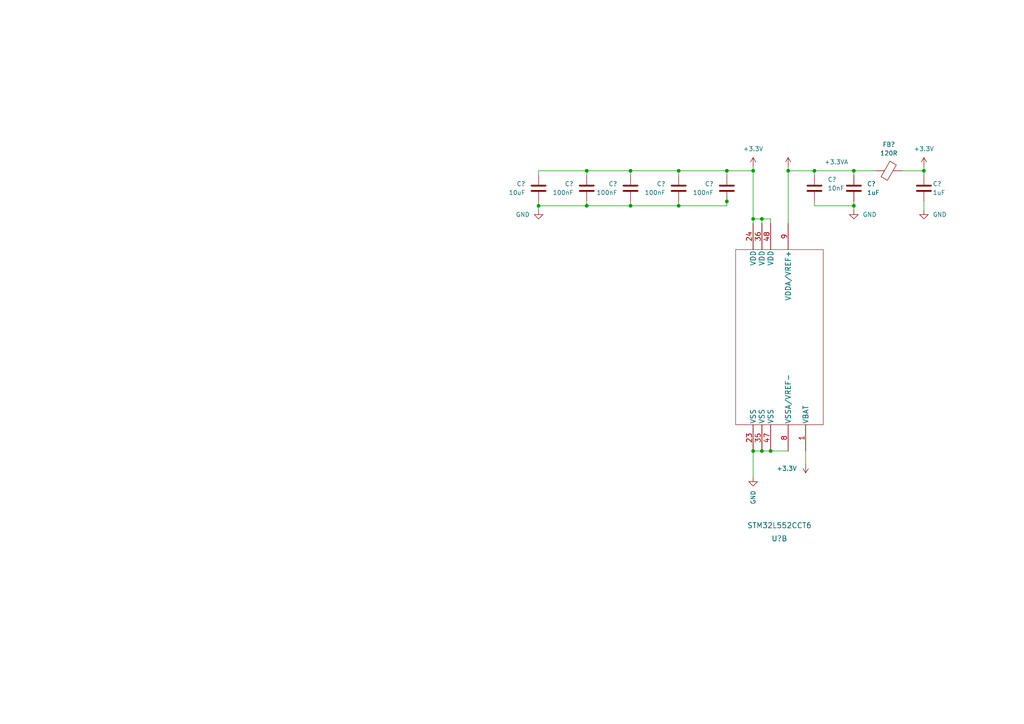
<source format=kicad_sch>
(kicad_sch (version 20211123) (generator eeschema)
  (paper "A4")
  (lib_symbols
    (symbol "Device:C" (pin_numbers hide) (pin_names (offset 0.254))
      (property "Reference" "C" (at 0.635 2.54 0))
      (property "Value" "C" (at 0.635 -2.54 0))
      (symbol "C_0_1"
        (polyline (pts (xy -2.032 -0.762) (xy 2.032 -0.762)) (stroke (width 0.508)))
        (polyline (pts (xy -2.032 0.762) (xy 2.032 0.762)) (stroke (width 0.508)))
      )
      (symbol "C_1_1"
        (pin passive line (at 0 3.81 270) (length 2.794) (name "~") (number "1"))
        (pin passive line (at 0 -3.81 90) (length 2.794) (name "~") (number "2"))
      )
    )
    (symbol "Device:FerriteBead" (pin_numbers hide) (pin_names (offset 0))
      (property "Reference" "FB" (at -3.81 0.635 90))
      (property "Value" "FerriteBead" (at 3.81 0 90))
      (symbol "FerriteBead_0_1"
        (polyline (pts (xy 0 -1.27) (xy 0 -1.2192)))
        (polyline (pts (xy 0 1.27) (xy 0 1.2954)))
        (polyline (pts (xy -2.7686 0.4064) (xy -1.7018 2.2606) (xy 2.7686 -0.3048) (xy 1.6764 -2.159) (xy -2.7686 0.4064)))
      )
      (symbol "FerriteBead_1_1"
        (pin passive line (at 0 3.81 270) (length 2.54) (name "~") (number "1"))
        (pin passive line (at 0 -3.81 90) (length 2.54) (name "~") (number "2"))
      )
    )
    (symbol "STM32L5:STM32L552CCT6" (pin_names (offset 0.254))
      (property "Reference" "U" (at 53.34 10.16 0))
      (property "Value" "STM32L552CCT6" (at 53.34 7.62 0))
      (symbol "STM32L552CCT6_1_1"
        (polyline (pts (xy 7.62 -86.36) (xy 99.06 -86.36)) (stroke (width 0.127)))
        (polyline (pts (xy 7.62 5.08) (xy 7.62 -86.36)) (stroke (width 0.127)))
        (polyline (pts (xy 99.06 -86.36) (xy 99.06 5.08)) (stroke (width 0.127)))
        (polyline (pts (xy 99.06 5.08) (xy 7.62 5.08)) (stroke (width 0.127)))
        (pin bidirectional line (at 0 0 0) (length 7.62) (name "PA0") (number "10"))
        (pin bidirectional line (at 0 -2.54 0) (length 7.62) (name "PA1") (number "11"))
        (pin bidirectional line (at 0 -5.08 0) (length 7.62) (name "PA2") (number "12"))
        (pin bidirectional line (at 0 -7.62 0) (length 7.62) (name "PA3") (number "13"))
        (pin bidirectional line (at 0 -10.16 0) (length 7.62) (name "PA4") (number "14"))
        (pin bidirectional line (at 0 -12.7 0) (length 7.62) (name "PA5") (number "15"))
        (pin bidirectional line (at 0 -15.24 0) (length 7.62) (name "PA6") (number "16"))
        (pin bidirectional line (at 0 -17.78 0) (length 7.62) (name "PA7") (number "17"))
        (pin bidirectional line (at 0 -43.18 0) (length 7.62) (name "PB0") (number "18"))
        (pin bidirectional line (at 0 -45.72 0) (length 7.62) (name "PB1") (number "19"))
        (pin bidirectional line (at 106.68 0 180) (length 7.62) (name "PC13") (number "2"))
        (pin bidirectional line (at 0 -48.26 0) (length 7.62) (name "PB2") (number "20"))
        (pin bidirectional line (at 0 -68.58 0) (length 7.62) (name "PB10") (number "21"))
        (pin bidirectional line (at 0 -71.12 0) (length 7.62) (name "PB11") (number "22"))
        (pin bidirectional line (at 0 -73.66 0) (length 7.62) (name "PB12") (number "25"))
        (pin bidirectional line (at 0 -76.2 0) (length 7.62) (name "PB13") (number "26"))
        (pin bidirectional line (at 0 -78.74 0) (length 7.62) (name "PB14") (number "27"))
        (pin bidirectional line (at 0 -81.28 0) (length 7.62) (name "PB15") (number "28"))
        (pin bidirectional line (at 0 -20.32 0) (length 7.62) (name "PA8") (number "29"))
        (pin bidirectional line (at 106.68 -2.54 180) (length 7.62) (name "PC14-OSC32_INPC14") (number "3"))
        (pin bidirectional line (at 0 -22.86 0) (length 7.62) (name "PA9") (number "30"))
        (pin bidirectional line (at 0 -25.4 0) (length 7.62) (name "PA10") (number "31"))
        (pin bidirectional line (at 0 -27.94 0) (length 7.62) (name "PA11") (number "32"))
        (pin bidirectional line (at 0 -30.48 0) (length 7.62) (name "PA12") (number "33"))
        (pin bidirectional line (at 0 -33.02 0) (length 7.62) (name "PA13JTMS/SWDIO") (number "34"))
        (pin bidirectional line (at 0 -35.56 0) (length 7.62) (name "PA14JTCK/SWCLK") (number "37"))
        (pin bidirectional line (at 0 -38.1 0) (length 7.62) (name "PA15JTDI") (number "38"))
        (pin bidirectional line (at 0 -50.8 0) (length 7.62) (name "PB3JTDO/TRACESWO") (number "39"))
        (pin bidirectional line (at 106.68 -5.08 180) (length 7.62) (name "PC15-OSC32_OUTPC15") (number "4"))
        (pin bidirectional line (at 0 -53.34 0) (length 7.62) (name "PB4NJTRST") (number "40"))
        (pin bidirectional line (at 0 -55.88 0) (length 7.62) (name "PB5") (number "41"))
        (pin bidirectional line (at 0 -58.42 0) (length 7.62) (name "PB6") (number "42"))
        (pin bidirectional line (at 0 -60.96 0) (length 7.62) (name "PB7") (number "43"))
        (pin bidirectional line (at 106.68 -15.24 180) (length 7.62) (name "PH3-BOOT0") (number "44"))
        (pin bidirectional line (at 0 -63.5 0) (length 7.62) (name "PB8") (number "45"))
        (pin bidirectional line (at 0 -66.04 0) (length 7.62) (name "PB9") (number "46"))
        (pin bidirectional line (at 106.68 -10.16 180) (length 7.62) (name "PH0-OSC_INPH0") (number "5"))
        (pin bidirectional line (at 106.68 -12.7 180) (length 7.62) (name "PH1-OSC_OUTPH1") (number "6"))
        (pin bidirectional line (at 106.68 -20.32 180) (length 7.62) (name "NRST") (number "7"))
      )
      (symbol "STM32L552CCT6_2_1"
        (polyline (pts (xy 7.62 -20.32) (xy 58.42 -20.32)) (stroke (width 0.127)))
        (polyline (pts (xy 7.62 5.08) (xy 7.62 -20.32)) (stroke (width 0.127)))
        (polyline (pts (xy 58.42 -20.32) (xy 58.42 5.08)) (stroke (width 0.127)))
        (polyline (pts (xy 58.42 5.08) (xy 7.62 5.08)) (stroke (width 0.127)))
        (pin power_in line (at 0 -15.24 0) (length 7.62) (name "VBAT") (number "1"))
        (pin power_in line (at 0 0 0) (length 7.62) (name "VSS") (number "23"))
        (pin power_in line (at 66.04 0 180) (length 7.62) (name "VDD") (number "24"))
        (pin power_in line (at 0 -2.54 0) (length 7.62) (name "VSS") (number "35"))
        (pin power_in line (at 66.04 -2.54 180) (length 7.62) (name "VDD") (number "36"))
        (pin power_in line (at 0 -5.08 0) (length 7.62) (name "VSS") (number "47"))
        (pin power_in line (at 66.04 -5.08 180) (length 7.62) (name "VDD") (number "48"))
        (pin power_in line (at 0 -10.16 0) (length 7.62) (name "VSSA/VREF-") (number "8"))
        (pin power_in line (at 66.04 -10.16 180) (length 7.62) (name "VDDA/VREF+") (number "9"))
      )
    )
    (symbol "power:+3.3V" (power) (pin_names (offset 0))
      (property "Value" "+3.3V" (at 0 3.556 0))
      (symbol "+3.3V_0_1"
        (polyline (pts (xy -0.762 1.27) (xy 0 2.54)))
        (polyline (pts (xy 0 0) (xy 0 2.54)))
        (polyline (pts (xy 0 2.54) (xy 0.762 1.27)))
      )
      (symbol "+3.3V_1_1"
        (pin power_in line (at 0 0 90) (length 0) hide (name "+3.3V") (number "1"))
      )
    )
    (symbol "power:+3.3VA" (power) (pin_names (offset 0))
      (property "Value" "+3.3VA" (at 0 3.556 0))
      (symbol "+3.3VA_0_1"
        (polyline (pts (xy -0.762 1.27) (xy 0 2.54)))
        (polyline (pts (xy 0 0) (xy 0 2.54)))
        (polyline (pts (xy 0 2.54) (xy 0.762 1.27)))
      )
      (symbol "+3.3VA_1_1"
        (pin power_in line (at 0 0 90) (length 0) hide (name "+3.3VA") (number "1"))
      )
    )
    (symbol "power:GND" (power) (pin_names (offset 0))
      (property "Value" "GND" (at 0 -3.81 0))
      (symbol "GND_0_1"
        (polyline (pts (xy 0 0) (xy 0 -1.27) (xy 1.27 -1.27) (xy 0 -2.54) (xy -1.27 -1.27) (xy 0 -1.27)))
      )
      (symbol "GND_1_1"
        (pin power_in line (at 0 0 270) (length 0) hide (name "GND") (number "1"))
      )
    )
  )
  (junction (at 196.85 59.69))
  (junction (at 182.88 59.69))
  (junction (at 220.98 63.5))
  (junction (at 182.88 49.53))
  (junction (at 170.18 59.69))
  (junction (at 196.85 49.53))
  (junction (at 218.44 130.81))
  (junction (at 156.21 59.69))
  (junction (at 218.44 63.5))
  (junction (at 228.6 49.53))
  (junction (at 267.97 49.53))
  (junction (at 247.65 49.53))
  (junction (at 220.98 130.81))
  (junction (at 170.18 49.53))
  (junction (at 223.52 130.81))
  (junction (at 236.22 49.53))
  (junction (at 210.82 58.42))
  (junction (at 218.44 49.53))
  (junction (at 210.82 49.53))
  (junction (at 247.65 59.69))
  (wire (pts (xy 267.97 49.53) (xy 267.97 50.8)))
  (wire (pts (xy 218.44 130.81) (xy 220.98 130.81)))
  (wire (pts (xy 261.62 49.53) (xy 267.97 49.53)))
  (wire (pts (xy 196.85 49.53) (xy 182.88 49.53)))
  (wire (pts (xy 236.22 49.53) (xy 236.22 50.8)))
  (wire (pts (xy 236.22 49.53) (xy 247.65 49.53)))
  (wire (pts (xy 236.22 58.42) (xy 236.22 59.69)))
  (wire (pts (xy 267.97 58.42) (xy 267.97 60.96)))
  (wire (pts (xy 156.21 49.53) (xy 156.21 50.8)))
  (wire (pts (xy 247.65 49.53) (xy 247.65 50.8)))
  (wire (pts (xy 210.82 59.69) (xy 210.82 58.42)))
  (wire (pts (xy 156.21 58.42) (xy 156.21 59.69)))
  (wire (pts (xy 247.65 49.53) (xy 254 49.53)))
  (wire (pts (xy 182.88 50.8) (xy 182.88 49.53)))
  (wire (pts (xy 156.21 59.69) (xy 156.21 60.96)))
  (wire (pts (xy 247.65 59.69) (xy 236.22 59.69)))
  (wire (pts (xy 196.85 59.69) (xy 210.82 59.69)))
  (wire (pts (xy 182.88 59.69) (xy 196.85 59.69)))
  (wire (pts (xy 267.97 49.53) (xy 267.97 48.26)))
  (wire (pts (xy 170.18 58.42) (xy 170.18 59.69)))
  (wire (pts (xy 220.98 63.5) (xy 223.52 63.5)))
  (wire (pts (xy 196.85 50.8) (xy 196.85 49.53)))
  (wire (pts (xy 223.52 130.81) (xy 228.6 130.81)))
  (wire (pts (xy 218.44 64.77) (xy 218.44 63.5)))
  (wire (pts (xy 170.18 49.53) (xy 170.18 50.8)))
  (wire (pts (xy 228.6 48.26) (xy 228.6 49.53)))
  (wire (pts (xy 223.52 63.5) (xy 223.52 64.77)))
  (wire (pts (xy 210.82 50.8) (xy 210.82 49.53)))
  (wire (pts (xy 218.44 49.53) (xy 210.82 49.53)))
  (wire (pts (xy 170.18 49.53) (xy 156.21 49.53)))
  (wire (pts (xy 228.6 49.53) (xy 236.22 49.53)))
  (wire (pts (xy 170.18 59.69) (xy 182.88 59.69)))
  (wire (pts (xy 218.44 138.43) (xy 218.44 130.81)))
  (wire (pts (xy 218.44 49.53) (xy 218.44 48.26)))
  (wire (pts (xy 233.68 130.81) (xy 233.68 134.62)))
  (wire (pts (xy 247.65 58.42) (xy 247.65 59.69)))
  (wire (pts (xy 247.65 59.69) (xy 247.65 60.96)))
  (wire (pts (xy 220.98 130.81) (xy 223.52 130.81)))
  (wire (pts (xy 228.6 49.53) (xy 228.6 64.77)))
  (wire (pts (xy 182.88 49.53) (xy 170.18 49.53)))
  (wire (pts (xy 210.82 58.42) (xy 210.82 57.15)))
  (wire (pts (xy 210.82 49.53) (xy 196.85 49.53)))
  (wire (pts (xy 220.98 63.5) (xy 220.98 64.77)))
  (wire (pts (xy 218.44 63.5) (xy 220.98 63.5)))
  (wire (pts (xy 218.44 63.5) (xy 218.44 49.53)))
  (wire (pts (xy 182.88 58.42) (xy 182.88 59.69)))
  (wire (pts (xy 196.85 58.42) (xy 196.85 59.69)))
  (wire (pts (xy 156.21 59.69) (xy 170.18 59.69)))
  (symbol (lib_id "power:+3.3V") (at 218.44 48.26 0) (mirror y) (unit 1)
    (property "Reference" "#PWR?" (effects hide))
    (property "Value" "+3.3V" (at 218.44 43.18 0))
  )
  (symbol (lib_id "power:GND") (at 218.44 138.43 0) (unit 1)
    (property "Reference" "#PWR?" (effects hide))
    (property "Value" "GND" (at 218.4399 142.24 90) (effects (justify right)))
  )
  (symbol (lib_id "Device:FerriteBead") (at 257.81 49.53 90) (unit 1)
    (property "Reference" "FB?" (at 257.81 41.91 90))
    (property "Value" "120R" (at 257.81 44.45 90))
  )
  (symbol (lib_id "power:+3.3VA") (at 228.6 48.26 0) (unit 1)
    (property "Reference" "#PWR?" (effects hide))
    (property "Value" "+3.3VA" (at 242.57 46.99 0))
  )
  (symbol (lib_id "Device:C") (at 236.22 54.61 0) (unit 1)
    (property "Reference" "C?" (at 240.03 52.0699 0) (effects (justify left)))
    (property "Value" "10nF" (at 240.03 54.6099 0) (effects (justify left)))
  )
  (symbol (lib_id "Device:C") (at 170.18 54.61 0) (mirror y) (unit 1)
    (property "Reference" "C?" (at 166.37 53.3399 0) (effects (justify left)))
    (property "Value" "100nF" (at 166.37 55.8799 0) (effects (justify left)))
  )
  (symbol (lib_id "STM32L5:STM32L552CCT6") (at 218.44 130.81 90) (unit 2)
    (property "Reference" "U?" (at 226.06 156.21 90) (effects (font (size 1.524 1.524))))
    (property "Value" "STM32L552CCT6" (at 226.06 152.4 90) (effects (font (size 1.524 1.524))))
    (property "Footprint" "LQFP-48" (effects hide))
  )
  (symbol (lib_id "power:GND") (at 247.65 60.96 0) (unit 1)
    (property "Reference" "#PWR?" (effects hide))
    (property "Value" "GND" (at 250.19 62.2299 0) (effects (justify left)))
  )
  (symbol (lib_id "Device:C") (at 182.88 54.61 0) (mirror y) (unit 1)
    (property "Reference" "C?" (at 179.07 53.3399 0) (effects (justify left)))
    (property "Value" "100nF" (at 179.07 55.8799 0) (effects (justify left)))
  )
  (symbol (lib_id "power:GND") (at 156.21 60.96 0) (mirror y) (unit 1)
    (property "Reference" "#PWR?" (effects hide))
    (property "Value" "GND" (at 153.67 62.2299 0) (effects (justify left)))
  )
  (symbol (lib_id "power:+3.3V") (at 233.68 134.62 0) (mirror x) (unit 1)
    (property "Reference" "#PWR?" (effects hide))
    (property "Value" "+3.3V" (at 231.14 135.8899 0) (effects (justify right)))
  )
  (symbol (lib_id "Device:C") (at 156.21 54.61 0) (mirror y) (unit 1)
    (property "Reference" "C?" (at 152.4 53.3399 0) (effects (justify left)))
    (property "Value" "10uF" (at 152.4 55.8799 0) (effects (justify left)))
  )
  (symbol (lib_id "Device:C") (at 196.85 54.61 0) (mirror y) (unit 1)
    (property "Reference" "C?" (at 193.04 53.3399 0) (effects (justify left)))
    (property "Value" "100nF" (at 193.04 55.8799 0) (effects (justify left)))
  )
  (symbol (lib_id "power:+3.3V") (at 267.97 48.26 0) (mirror y) (unit 1)
    (property "Reference" "#PWR?" (effects hide))
    (property "Value" "+3.3V" (at 267.97 43.18 0))
  )
  (symbol (lib_id "Device:C") (at 247.65 54.61 0) (unit 1)
    (property "Reference" "C?" (at 251.46 53.3399 0) (effects (justify left)))
    (property "Value" "1uF" (at 251.46 55.8799 0) (effects (justify left)))
  )
  (symbol (lib_id "power:GND") (at 267.97 60.96 0) (unit 1)
    (property "Reference" "#PWR?" (effects hide))
    (property "Value" "GND" (at 270.51 62.2299 0) (effects (justify left)))
  )
  (symbol (lib_id "Device:C") (at 267.97 54.61 0) (unit 1)
    (property "Reference" "C?" (at 270.51 53.34 0) (effects (justify left)))
    (property "Value" "1uF" (at 270.51 55.88 0) (effects (justify left)))
  )
  (symbol (lib_id "Device:C") (at 210.82 54.61 0) (mirror y) (unit 1)
    (property "Reference" "C?" (at 207.01 53.3399 0) (effects (justify left)))
    (property "Value" "100nF" (at 207.01 55.8799 0) (effects (justify left)))
  )
)
</source>
